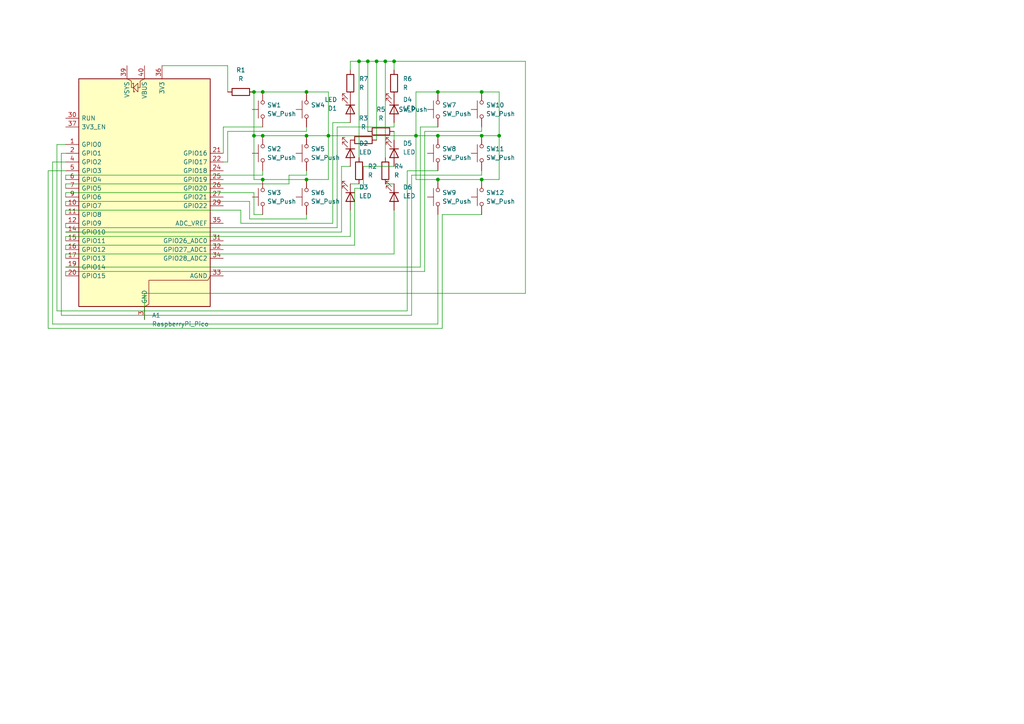
<source format=kicad_sch>
(kicad_sch (version 20250114) (generator "eeschema") (generator_version "9.0")
  (paper "A4")
  (lib_symbols
    (symbol "Device:LED" (pin_numbers (hide yes)) (pin_names (offset 1.016) (hide yes))
      (property "Reference" "D" (at 0 2.54 0))
      (property "Value" "LED" (at 0 -2.54 0))
      (symbol "LED_0_1"
        (polyline (pts (xy -3.048 -0.762) (xy -4.572 -2.286) (xy -3.81 -2.286) (xy -4.572 -2.286) (xy -4.572 -1.524)))
        (polyline (pts (xy -1.778 -0.762) (xy -3.302 -2.286) (xy -2.54 -2.286) (xy -3.302 -2.286) (xy -3.302 -1.524)))
        (polyline (pts (xy -1.27 0) (xy 1.27 0)))
        (polyline (pts (xy -1.27 -1.27) (xy -1.27 1.27)) (stroke (width 0.254)))
        (polyline (pts (xy 1.27 -1.27) (xy 1.27 1.27) (xy -1.27 0) (xy 1.27 -1.27)) (stroke (width 0.254)))
      )
      (symbol "LED_1_1"
        (pin passive line (at -3.81 0 0) (length 2.54) (name "K") (number "1"))
        (pin passive line (at 3.81 0 180) (length 2.54) (name "A") (number "2"))
      )
    )
    (symbol "Device:R" (pin_numbers (hide yes)) (pin_names (offset 0))
      (property "Reference" "R" (at 2.032 0 90))
      (property "Value" "R" (at 0 0 90))
      (symbol "R_0_1"
        (rectangle (start -1.016 -2.54) (end 1.016 2.54) (stroke (width 0.254)))
      )
      (symbol "R_1_1"
        (pin passive line (at 0 3.81 270) (length 1.27) (name "~") (number "1"))
        (pin passive line (at 0 -3.81 90) (length 1.27) (name "~") (number "2"))
      )
    )
    (symbol "MCU_Module:RaspberryPi_Pico" (pin_names (offset 0.762))
      (property "Reference" "A" (at -19.05 35.56 0))
      (property "Value" "RaspberryPi_Pico" (at 7.62 35.56 0))
      (symbol "RaspberryPi_Pico_0_1"
        (rectangle (start -19.05 34.29) (end 19.05 -31.75) (stroke (width 0.254)) (fill (type background)))
        (polyline (pts (xy -5.08 34.29) (xy -3.81 33.655) (xy -3.81 31.75) (xy -3.175 31.75)))
        (polyline (pts (xy -3.429 32.766) (xy -3.429 33.02) (xy -3.175 33.02) (xy -3.175 30.48) (xy -2.921 30.48) (xy -2.921 30.734)))
        (polyline (pts (xy -3.175 31.75) (xy -1.905 33.02) (xy -1.905 30.48) (xy -3.175 31.75)))
        (polyline (pts (xy 0 34.29) (xy -1.27 33.655) (xy -1.27 31.75) (xy -1.905 31.75)))
        (polyline (pts (xy 0 -31.75) (xy 1.27 -31.115) (xy 1.27 -24.13) (xy 18.415 -24.13) (xy 19.05 -22.86)))
      )
      (symbol "RaspberryPi_Pico_1_1"
        (pin passive line (at -22.86 22.86 0) (length 3.81) (name "RUN") (number "30"))
        (pin passive line (at -22.86 20.32 0) (length 3.81) (name "3V3_EN") (number "37"))
        (pin bidirectional line (at -22.86 15.24 0) (length 3.81) (name "GPIO0") (number "1"))
        (pin bidirectional line (at -22.86 12.7 0) (length 3.81) (name "GPIO1") (number "2"))
        (pin bidirectional line (at -22.86 10.16 0) (length 3.81) (name "GPIO2") (number "4"))
        (pin bidirectional line (at -22.86 7.62 0) (length 3.81) (name "GPIO3") (number "5"))
        (pin bidirectional line (at -22.86 5.08 0) (length 3.81) (name "GPIO4") (number "6"))
        (pin bidirectional line (at -22.86 2.54 0) (length 3.81) (name "GPIO5") (number "7"))
        (pin bidirectional line (at -22.86 0 0) (length 3.81) (name "GPIO6") (number "9"))
        (pin bidirectional line (at -22.86 -2.54 0) (length 3.81) (name "GPIO7") (number "10"))
        (pin bidirectional line (at -22.86 -5.08 0) (length 3.81) (name "GPIO8") (number "11"))
        (pin bidirectional line (at -22.86 -7.62 0) (length 3.81) (name "GPIO9") (number "12"))
        (pin bidirectional line (at -22.86 -10.16 0) (length 3.81) (name "GPIO10") (number "14"))
        (pin bidirectional line (at -22.86 -12.7 0) (length 3.81) (name "GPIO11") (number "15"))
        (pin bidirectional line (at -22.86 -15.24 0) (length 3.81) (name "GPIO12") (number "16"))
        (pin bidirectional line (at -22.86 -17.78 0) (length 3.81) (name "GPIO13") (number "17"))
        (pin bidirectional line (at -22.86 -20.32 0) (length 3.81) (name "GPIO14") (number "19"))
        (pin bidirectional line (at -22.86 -22.86 0) (length 3.81) (name "GPIO15") (number "20"))
        (pin power_in line (at -5.08 38.1 270) (length 3.81) (name "VSYS") (number "39"))
        (pin power_out line (at 0 38.1 270) (length 3.81) (name "VBUS") (number "40"))
        (pin passive line (at 0 -35.56 90) (length 3.81) (hide yes) (name "GND") (number "13"))
        (pin passive line (at 0 -35.56 90) (length 3.81) (hide yes) (name "GND") (number "18"))
        (pin passive line (at 0 -35.56 90) (length 3.81) (hide yes) (name "GND") (number "23"))
        (pin passive line (at 0 -35.56 90) (length 3.81) (hide yes) (name "GND") (number "28"))
        (pin power_out line (at 0 -35.56 90) (length 3.81) (name "GND") (number "3"))
        (pin passive line (at 0 -35.56 90) (length 3.81) (hide yes) (name "GND") (number "38"))
        (pin passive line (at 0 -35.56 90) (length 3.81) (hide yes) (name "GND") (number "8"))
        (pin power_out line (at 5.08 38.1 270) (length 3.81) (name "3V3") (number "36"))
        (pin bidirectional line (at 22.86 12.7 180) (length 3.81) (name "GPIO16") (number "21"))
        (pin bidirectional line (at 22.86 10.16 180) (length 3.81) (name "GPIO17") (number "22"))
        (pin bidirectional line (at 22.86 7.62 180) (length 3.81) (name "GPIO18") (number "24"))
        (pin bidirectional line (at 22.86 5.08 180) (length 3.81) (name "GPIO19") (number "25"))
        (pin bidirectional line (at 22.86 2.54 180) (length 3.81) (name "GPIO20") (number "26"))
        (pin bidirectional line (at 22.86 0 180) (length 3.81) (name "GPIO21") (number "27"))
        (pin bidirectional line (at 22.86 -2.54 180) (length 3.81) (name "GPIO22") (number "29"))
        (pin power_in line (at 22.86 -7.62 180) (length 3.81) (name "ADC_VREF") (number "35"))
        (pin bidirectional line (at 22.86 -12.7 180) (length 3.81) (name "GPIO26_ADC0") (number "31"))
        (pin bidirectional line (at 22.86 -15.24 180) (length 3.81) (name "GPIO27_ADC1") (number "32"))
        (pin bidirectional line (at 22.86 -17.78 180) (length 3.81) (name "GPIO28_ADC2") (number "34"))
        (pin power_out line (at 22.86 -22.86 180) (length 3.81) (name "AGND") (number "33"))
      )
    )
    (symbol "Switch:SW_Push" (pin_numbers (hide yes)) (pin_names (offset 1.016) (hide yes))
      (property "Reference" "SW" (at 1.27 2.54 0))
      (property "Value" "SW_Push" (at 0 -1.524 0))
      (symbol "SW_Push_0_1"
        (circle (center -2.032 0) (radius 0.508))
        (polyline (pts (xy 0 1.27) (xy 0 3.048)))
        (circle (center 2.032 0) (radius 0.508))
        (polyline (pts (xy 2.54 1.27) (xy -2.54 1.27)))
        (pin passive line (at -5.08 0 0) (length 2.54) (name "1") (number "1"))
        (pin passive line (at 5.08 0 180) (length 2.54) (name "2") (number "2"))
      )
    )
  )
  (junction (at 127 26.67))
  (junction (at 76.2 52.07))
  (junction (at 144.78 39.37))
  (junction (at 127 52.07))
  (junction (at 127 39.37))
  (junction (at 88.9 39.37))
  (junction (at 114.3 17.78))
  (junction (at 111.76 17.78))
  (junction (at 139.7 26.67))
  (junction (at 104.14 17.78))
  (junction (at 109.22 17.78))
  (junction (at 73.66 26.67))
  (junction (at 139.7 52.07))
  (junction (at 76.2 26.67))
  (junction (at 88.9 52.07))
  (junction (at 95.25 39.37))
  (junction (at 120.65 39.37))
  (junction (at 139.7 39.37))
  (junction (at 73.66 39.37))
  (junction (at 76.2 39.37))
  (junction (at 106.68 17.78))
  (junction (at 88.9 26.67))
  (wire (pts (xy 139.7 52.07) (xy 144.78 52.07)))
  (wire (pts (xy 118.11 90.17) (xy 16.51 90.17)))
  (wire (pts (xy 99.06 48.26) (xy 99.06 67.31)))
  (wire (pts (xy 144.78 39.37) (xy 144.78 52.07)))
  (wire (pts (xy 139.7 50.8) (xy 119.38 50.8)))
  (wire (pts (xy 19.05 60.96) (xy 69.85 60.96)))
  (wire (pts (xy 16.51 90.17) (xy 16.51 41.91)))
  (wire (pts (xy 139.7 26.67) (xy 144.78 26.67)))
  (wire (pts (xy 101.6 35.56) (xy 96.52 35.56)))
  (wire (pts (xy 88.9 49.53) (xy 88.9 50.8)))
  (wire (pts (xy 114.3 53.34) (xy 111.76 53.34)))
  (wire (pts (xy 114.3 60.96) (xy 114.3 73.66)))
  (wire (pts (xy 19.05 68.58) (xy 19.05 69.85)))
  (wire (pts (xy 114.3 48.26) (xy 105.41 48.26)))
  (wire (pts (xy 17.78 91.44) (xy 17.78 44.45)))
  (wire (pts (xy 95.25 26.67) (xy 95.25 39.37)))
  (wire (pts (xy 111.76 17.78) (xy 114.3 17.78)))
  (wire (pts (xy 101.6 48.26) (xy 99.06 48.26)))
  (wire (pts (xy 19.05 73.66) (xy 19.05 74.93)))
  (wire (pts (xy 105.41 48.26) (xy 105.41 54.61)))
  (wire (pts (xy 19.05 71.12) (xy 19.05 72.39)))
  (wire (pts (xy 19.05 55.88) (xy 19.05 57.15)))
  (wire (pts (xy 120.65 39.37) (xy 127 39.37)))
  (wire (pts (xy 104.14 17.78) (xy 106.68 17.78)))
  (wire (pts (xy 95.25 39.37) (xy 120.65 39.37)))
  (wire (pts (xy 105.41 54.61) (xy 102.87 54.61)))
  (wire (pts (xy 114.3 73.66) (xy 19.05 73.66)))
  (wire (pts (xy 83.82 50.8) (xy 83.82 53.34)))
  (wire (pts (xy 41.91 85.09) (xy 152.4 85.09)))
  (wire (pts (xy 69.85 64.77) (xy 96.52 64.77)))
  (wire (pts (xy 120.65 26.67) (xy 120.65 39.37)))
  (wire (pts (xy 101.6 60.96) (xy 101.6 68.58)))
  (wire (pts (xy 88.9 38.1) (xy 66.04 38.1)))
  (wire (pts (xy 139.7 62.23) (xy 128.27 62.23)))
  (wire (pts (xy 83.82 53.34) (xy 19.05 53.34)))
  (wire (pts (xy 119.38 91.44) (xy 17.78 91.44)))
  (wire (pts (xy 144.78 26.67) (xy 144.78 39.37)))
  (wire (pts (xy 99.06 67.31) (xy 19.05 67.31)))
  (wire (pts (xy 72.39 63.5) (xy 72.39 58.42)))
  (wire (pts (xy 76.2 26.67) (xy 88.9 26.67)))
  (wire (pts (xy 114.3 38.1) (xy 114.3 40.64)))
  (wire (pts (xy 111.76 17.78) (xy 111.76 45.72)))
  (wire (pts (xy 139.7 49.53) (xy 139.7 50.8)))
  (wire (pts (xy 19.05 66.04) (xy 19.05 64.77)))
  (wire (pts (xy 72.39 58.42) (xy 19.05 58.42)))
  (wire (pts (xy 101.6 17.78) (xy 104.14 17.78)))
  (wire (pts (xy 127 49.53) (xy 118.11 49.53)))
  (wire (pts (xy 13.97 49.53) (xy 19.05 49.53)))
  (wire (pts (xy 73.66 39.37) (xy 76.2 39.37)))
  (wire (pts (xy 95.25 39.37) (xy 95.25 52.07)))
  (wire (pts (xy 128.27 62.23) (xy 128.27 95.25)))
  (wire (pts (xy 123.19 38.1) (xy 123.19 78.74)))
  (wire (pts (xy 114.3 17.78) (xy 114.3 20.32)))
  (wire (pts (xy 19.05 60.96) (xy 19.05 62.23)))
  (wire (pts (xy 102.87 54.61) (xy 102.87 71.12)))
  (wire (pts (xy 106.68 17.78) (xy 106.68 38.1)))
  (wire (pts (xy 64.77 46.99) (xy 66.04 46.99)))
  (wire (pts (xy 19.05 50.8) (xy 19.05 52.07)))
  (wire (pts (xy 101.6 68.58) (xy 19.05 68.58)))
  (wire (pts (xy 88.9 36.83) (xy 88.9 38.1)))
  (wire (pts (xy 120.65 26.67) (xy 127 26.67)))
  (wire (pts (xy 121.92 36.83) (xy 121.92 77.47)))
  (wire (pts (xy 88.9 26.67) (xy 95.25 26.67)))
  (wire (pts (xy 76.2 52.07) (xy 88.9 52.07)))
  (wire (pts (xy 127 62.23) (xy 127 93.98)))
  (wire (pts (xy 127 39.37) (xy 139.7 39.37)))
  (wire (pts (xy 101.6 53.34) (xy 104.14 53.34)))
  (wire (pts (xy 128.27 95.25) (xy 13.97 95.25)))
  (wire (pts (xy 152.4 85.09) (xy 152.4 17.78)))
  (wire (pts (xy 15.24 46.99) (xy 19.05 46.99)))
  (wire (pts (xy 76.2 36.83) (xy 64.77 36.83)))
  (wire (pts (xy 16.51 41.91) (xy 19.05 41.91)))
  (wire (pts (xy 104.14 17.78) (xy 104.14 45.72)))
  (wire (pts (xy 83.82 50.8) (xy 88.9 50.8)))
  (wire (pts (xy 109.22 17.78) (xy 111.76 17.78)))
  (wire (pts (xy 121.92 77.47) (xy 19.05 77.47)))
  (wire (pts (xy 106.68 17.78) (xy 109.22 17.78)))
  (wire (pts (xy 76.2 62.23) (xy 73.66 62.23)))
  (wire (pts (xy 118.11 49.53) (xy 118.11 90.17)))
  (wire (pts (xy 114.3 36.83) (xy 97.79 36.83)))
  (wire (pts (xy 127 36.83) (xy 121.92 36.83)))
  (wire (pts (xy 13.97 95.25) (xy 13.97 49.53)))
  (wire (pts (xy 88.9 62.23) (xy 88.9 63.5)))
  (wire (pts (xy 119.38 50.8) (xy 119.38 91.44)))
  (wire (pts (xy 64.77 36.83) (xy 64.77 44.45)))
  (wire (pts (xy 19.05 50.8) (xy 76.2 50.8)))
  (wire (pts (xy 73.66 62.23) (xy 73.66 55.88)))
  (wire (pts (xy 66.04 19.05) (xy 66.04 26.67)))
  (wire (pts (xy 120.65 52.07) (xy 127 52.07)))
  (wire (pts (xy 120.65 39.37) (xy 120.65 52.07)))
  (wire (pts (xy 96.52 35.56) (xy 96.52 64.77)))
  (wire (pts (xy 101.6 17.78) (xy 101.6 20.32)))
  (wire (pts (xy 102.87 71.12) (xy 19.05 71.12)))
  (wire (pts (xy 88.9 52.07) (xy 95.25 52.07)))
  (wire (pts (xy 97.79 36.83) (xy 97.79 66.04)))
  (wire (pts (xy 127 26.67) (xy 139.7 26.67)))
  (wire (pts (xy 73.66 39.37) (xy 73.66 52.07)))
  (wire (pts (xy 19.05 78.74) (xy 19.05 80.01)))
  (wire (pts (xy 152.4 17.78) (xy 114.3 17.78)))
  (wire (pts (xy 97.79 66.04) (xy 19.05 66.04)))
  (wire (pts (xy 17.78 44.45) (xy 19.05 44.45)))
  (wire (pts (xy 109.22 17.78) (xy 109.22 40.64)))
  (wire (pts (xy 127 52.07) (xy 139.7 52.07)))
  (wire (pts (xy 73.66 26.67) (xy 76.2 26.67)))
  (wire (pts (xy 76.2 49.53) (xy 76.2 50.8)))
  (wire (pts (xy 73.66 26.67) (xy 73.66 39.37)))
  (wire (pts (xy 88.9 63.5) (xy 72.39 63.5)))
  (wire (pts (xy 114.3 35.56) (xy 114.3 36.83)))
  (wire (pts (xy 66.04 38.1) (xy 66.04 46.99)))
  (wire (pts (xy 19.05 58.42) (xy 19.05 59.69)))
  (wire (pts (xy 19.05 53.34) (xy 19.05 54.61)))
  (wire (pts (xy 127 93.98) (xy 15.24 93.98)))
  (wire (pts (xy 73.66 55.88) (xy 19.05 55.88)))
  (wire (pts (xy 139.7 39.37) (xy 144.78 39.37)))
  (wire (pts (xy 15.24 93.98) (xy 15.24 46.99)))
  (wire (pts (xy 139.7 38.1) (xy 123.19 38.1)))
  (wire (pts (xy 139.7 36.83) (xy 139.7 38.1)))
  (wire (pts (xy 123.19 78.74) (xy 19.05 78.74)))
  (wire (pts (xy 69.85 64.77) (xy 69.85 60.96)))
  (wire (pts (xy 41.91 85.09) (xy 41.91 92.71)))
  (wire (pts (xy 46.99 19.05) (xy 66.04 19.05)))
  (wire (pts (xy 76.2 52.07) (xy 73.66 52.07)))
  (wire (pts (xy 88.9 39.37) (xy 95.25 39.37)))
  (wire (pts (xy 76.2 39.37) (xy 88.9 39.37)))
  (symbol (lib_id "Device:R") (at 105.41 40.64 90) (unit 1)
    (property "Reference" "R3" (at 105.41 34.29 90))
    (property "Value" "R" (at 105.41 36.83 90))
    (property "Footprint" "Resistor_THT:R_Axial_DIN0207_L6.3mm_D2.5mm_P7.62mm_Horizontal" (effects (hide yes)))
    (property "Description" "Resistor" (effects (hide yes)))
  )
  (symbol (lib_id "Device:R") (at 114.3 24.13 0) (unit 1)
    (property "Reference" "R6" (at 116.84 22.8599 0) (effects (justify left)))
    (property "Value" "R" (at 116.84 25.3999 0) (effects (justify left)))
    (property "Footprint" "Resistor_THT:R_Axial_DIN0207_L6.3mm_D2.5mm_P7.62mm_Horizontal" (effects (hide yes)))
    (property "Description" "Resistor" (effects (hide yes)))
  )
  (symbol (lib_id "Switch:SW_Push") (at 88.9 44.45 90) (unit 1)
    (property "Reference" "SW5" (at 90.17 43.1799 90) (effects (justify right)))
    (property "Value" "SW_Push" (at 90.17 45.7199 90) (effects (justify right)))
    (property "Footprint" "Button_Switch_THT:SW_PUSH_6mm" (effects (hide yes)))
    (property "Description" "Push button switch, generic, two pins" (effects (hide yes)))
  )
  (symbol (lib_id "Device:LED") (at 114.3 44.45 270) (unit 1)
    (property "Reference" "D5" (at 116.84 41.5924 90) (effects (justify left)))
    (property "Value" "LED" (at 116.84 44.1324 90) (effects (justify left)))
    (property "Footprint" "LED_THT:LED_D5.0mm" (effects (hide yes)))
    (property "Description" "Light emitting diode" (effects (hide yes)))
    (property "Sim.Pins" "1=K 2=A" (effects (hide yes)))
  )
  (symbol (lib_id "MCU_Module:RaspberryPi_Pico") (at 41.91 57.15 0) (unit 1)
    (property "Reference" "A1" (at 44.0533 91.44 0) (effects (justify left)))
    (property "Value" "RaspberryPi_Pico" (at 44.0533 93.98 0) (effects (justify left)))
    (property "Footprint" "Module:RaspberryPi_Pico_Common_Unspecified" (effects (hide yes)))
    (property "Datasheet" "https://datasheets.raspberrypi.com/pico/pico-datasheet.pdf" (effects (hide yes)))
    (property "Description" "Versatile and inexpensive microcontroller module powered by RP2040 dual-core Arm Cortex-M0+ processor up to 133 MHz, 264kB SRAM, 2MB QSPI flash; also supports Raspberry Pi Pico 2" (effects (hide yes)))
  )
  (symbol (lib_id "Switch:SW_Push") (at 127 57.15 90) (unit 1)
    (property "Reference" "SW9" (at 128.27 55.8799 90) (effects (justify right)))
    (property "Value" "SW_Push" (at 128.27 58.4199 90) (effects (justify right)))
    (property "Footprint" "Button_Switch_THT:SW_PUSH_6mm" (effects (hide yes)))
    (property "Description" "Push button switch, generic, two pins" (effects (hide yes)))
  )
  (symbol (lib_id "Switch:SW_Push") (at 139.7 57.15 90) (unit 1)
    (property "Reference" "SW12" (at 140.97 55.8799 90) (effects (justify right)))
    (property "Value" "SW_Push" (at 140.97 58.4199 90) (effects (justify right)))
    (property "Footprint" "Button_Switch_THT:SW_PUSH_6mm" (effects (hide yes)))
    (property "Description" "Push button switch, generic, two pins" (effects (hide yes)))
  )
  (symbol (lib_id "Device:R") (at 104.14 49.53 0) (unit 1)
    (property "Reference" "R2" (at 106.68 48.2599 0) (effects (justify left)))
    (property "Value" "R" (at 106.68 50.7999 0) (effects (justify left)))
    (property "Footprint" "Resistor_THT:R_Axial_DIN0207_L6.3mm_D2.5mm_P7.62mm_Horizontal" (effects (hide yes)))
    (property "Description" "Resistor" (effects (hide yes)))
  )
  (symbol (lib_id "Switch:SW_Push") (at 88.9 31.75 90) (unit 1)
    (property "Reference" "SW4" (at 90.17 30.4799 90) (effects (justify right)))
    (property "Value" "SW_Push" (at 115.57 31.7499 90) (effects (justify right)))
    (property "Footprint" "Button_Switch_THT:SW_PUSH_6mm" (effects (hide yes)))
    (property "Description" "Push button switch, generic, two pins" (effects (hide yes)))
  )
  (symbol (lib_id "Switch:SW_Push") (at 139.7 44.45 90) (unit 1)
    (property "Reference" "SW11" (at 140.97 43.1799 90) (effects (justify right)))
    (property "Value" "SW_Push" (at 140.97 45.7199 90) (effects (justify right)))
    (property "Footprint" "Button_Switch_THT:SW_PUSH_6mm" (effects (hide yes)))
    (property "Description" "Push button switch, generic, two pins" (effects (hide yes)))
  )
  (symbol (lib_id "Device:LED") (at 101.6 31.75 270) (unit 1)
    (property "Reference" "D1" (at 97.79 31.4326 90) (effects (justify right)))
    (property "Value" "LED" (at 97.79 28.8926 90) (effects (justify right)))
    (property "Footprint" "LED_THT:LED_D5.0mm" (effects (hide yes)))
    (property "Description" "Light emitting diode" (effects (hide yes)))
    (property "Sim.Pins" "1=K 2=A" (effects (hide yes)))
  )
  (symbol (lib_id "Switch:SW_Push") (at 76.2 57.15 90) (unit 1)
    (property "Reference" "SW3" (at 77.47 55.8799 90) (effects (justify right)))
    (property "Value" "SW_Push" (at 77.47 58.4199 90) (effects (justify right)))
    (property "Footprint" "Button_Switch_THT:SW_PUSH_6mm" (effects (hide yes)))
    (property "Description" "Push button switch, generic, two pins" (effects (hide yes)))
  )
  (symbol (lib_id "Device:R") (at 110.49 38.1 270) (unit 1)
    (property "Reference" "R5" (at 110.49 31.75 90))
    (property "Value" "R" (at 110.49 34.29 90))
    (property "Footprint" "Resistor_THT:R_Axial_DIN0207_L6.3mm_D2.5mm_P7.62mm_Horizontal" (effects (hide yes)))
    (property "Description" "Resistor" (effects (hide yes)))
  )
  (symbol (lib_id "Switch:SW_Push") (at 76.2 44.45 90) (unit 1)
    (property "Reference" "SW2" (at 77.47 43.1799 90) (effects (justify right)))
    (property "Value" "SW_Push" (at 77.47 45.7199 90) (effects (justify right)))
    (property "Footprint" "Button_Switch_THT:SW_PUSH_6mm" (effects (hide yes)))
    (property "Description" "Push button switch, generic, two pins" (effects (hide yes)))
  )
  (symbol (lib_id "Device:LED") (at 101.6 44.45 270) (unit 1)
    (property "Reference" "D2" (at 104.14 41.5924 90) (effects (justify left)))
    (property "Value" "LED" (at 104.14 44.1324 90) (effects (justify left)))
    (property "Footprint" "LED_THT:LED_D5.0mm" (effects (hide yes)))
    (property "Description" "Light emitting diode" (effects (hide yes)))
    (property "Sim.Pins" "1=K 2=A" (effects (hide yes)))
  )
  (symbol (lib_id "Switch:SW_Push") (at 88.9 57.15 90) (unit 1)
    (property "Reference" "SW6" (at 90.17 55.8799 90) (effects (justify right)))
    (property "Value" "SW_Push" (at 90.17 58.4199 90) (effects (justify right)))
    (property "Footprint" "Button_Switch_THT:SW_PUSH_6mm" (effects (hide yes)))
    (property "Description" "Push button switch, generic, two pins" (effects (hide yes)))
  )
  (symbol (lib_id "Device:LED") (at 114.3 57.15 270) (unit 1)
    (property "Reference" "D6" (at 116.84 54.2924 90) (effects (justify left)))
    (property "Value" "LED" (at 116.84 56.8324 90) (effects (justify left)))
    (property "Footprint" "LED_THT:LED_D5.0mm" (effects (hide yes)))
    (property "Description" "Light emitting diode" (effects (hide yes)))
    (property "Sim.Pins" "1=K 2=A" (effects (hide yes)))
  )
  (symbol (lib_id "Device:LED") (at 101.6 57.15 270) (unit 1)
    (property "Reference" "D3" (at 104.14 54.2924 90) (effects (justify left)))
    (property "Value" "LED" (at 104.14 56.8324 90) (effects (justify left)))
    (property "Footprint" "LED_THT:LED_D5.0mm" (effects (hide yes)))
    (property "Description" "Light emitting diode" (effects (hide yes)))
    (property "Sim.Pins" "1=K 2=A" (effects (hide yes)))
  )
  (symbol (lib_id "Device:R") (at 111.76 49.53 0) (unit 1)
    (property "Reference" "R4" (at 114.3 48.2599 0) (effects (justify left)))
    (property "Value" "R" (at 114.3 50.7999 0) (effects (justify left)))
    (property "Footprint" "Resistor_THT:R_Axial_DIN0207_L6.3mm_D2.5mm_P7.62mm_Horizontal" (effects (hide yes)))
    (property "Description" "Resistor" (effects (hide yes)))
  )
  (symbol (lib_id "Device:R") (at 101.6 24.13 0) (unit 1)
    (property "Reference" "R7" (at 104.14 22.8599 0) (effects (justify left)))
    (property "Value" "R" (at 104.14 25.3999 0) (effects (justify left)))
    (property "Footprint" "Resistor_THT:R_Axial_DIN0207_L6.3mm_D2.5mm_P7.62mm_Horizontal" (effects (hide yes)))
    (property "Description" "Resistor" (effects (hide yes)))
  )
  (symbol (lib_id "Switch:SW_Push") (at 139.7 31.75 90) (unit 1)
    (property "Reference" "SW10" (at 140.97 30.4799 90) (effects (justify right)))
    (property "Value" "SW_Push" (at 140.97 33.0199 90) (effects (justify right)))
    (property "Footprint" "Button_Switch_THT:SW_PUSH_6mm" (effects (hide yes)))
    (property "Description" "Push button switch, generic, two pins" (effects (hide yes)))
  )
  (symbol (lib_id "Device:LED") (at 114.3 31.75 270) (unit 1)
    (property "Reference" "D4" (at 116.84 28.8924 90) (effects (justify left)))
    (property "Value" "LED" (at 116.84 31.4324 90) (effects (justify left)))
    (property "Footprint" "LED_THT:LED_D5.0mm" (effects (hide yes)))
    (property "Description" "Light emitting diode" (effects (hide yes)))
    (property "Sim.Pins" "1=K 2=A" (effects (hide yes)))
  )
  (symbol (lib_id "Switch:SW_Push") (at 127 44.45 90) (unit 1)
    (property "Reference" "SW8" (at 128.27 43.1799 90) (effects (justify right)))
    (property "Value" "SW_Push" (at 128.27 45.7199 90) (effects (justify right)))
    (property "Footprint" "Button_Switch_THT:SW_PUSH_6mm" (effects (hide yes)))
    (property "Description" "Push button switch, generic, two pins" (effects (hide yes)))
  )
  (symbol (lib_id "Switch:SW_Push") (at 127 31.75 90) (unit 1)
    (property "Reference" "SW7" (at 128.27 30.4799 90) (effects (justify right)))
    (property "Value" "SW_Push" (at 128.27 33.0199 90) (effects (justify right)))
    (property "Footprint" "Button_Switch_THT:SW_PUSH_6mm" (effects (hide yes)))
    (property "Description" "Push button switch, generic, two pins" (effects (hide yes)))
  )
  (symbol (lib_id "Switch:SW_Push") (at 76.2 31.75 90) (unit 1)
    (property "Reference" "SW1" (at 77.47 30.4799 90) (effects (justify right)))
    (property "Value" "SW_Push" (at 77.47 33.0199 90) (effects (justify right)))
    (property "Footprint" "Button_Switch_THT:SW_PUSH_6mm" (effects (hide yes)))
    (property "Description" "Push button switch, generic, two pins" (effects (hide yes)))
  )
  (symbol (lib_id "Device:R") (at 69.85 26.67 90) (unit 1)
    (property "Reference" "R1" (at 69.85 20.32 90))
    (property "Value" "R" (at 69.85 22.86 90))
    (property "Footprint" "Resistor_THT:R_Axial_DIN0207_L6.3mm_D2.5mm_P7.62mm_Horizontal" (effects (hide yes)))
    (property "Description" "Resistor" (effects (hide yes)))
  )
)
</source>
